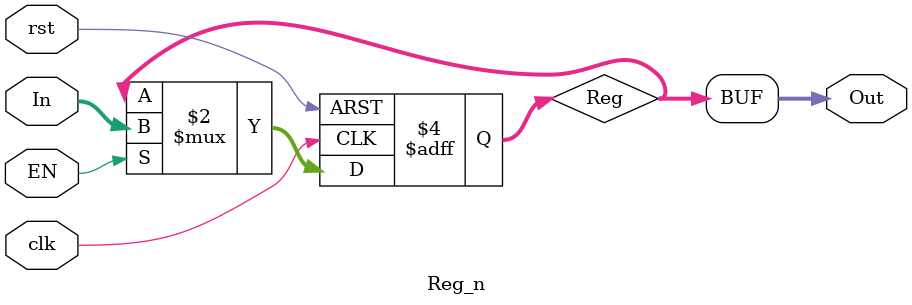
<source format=v>
`timescale 1ns / 1ps
module Reg_n# (parameter size=19)
	(
		input wire [size-1:0] In,
		input wire rst, clk, EN,
		output wire [size-1:0] Out
    );

reg [size-1:0] Reg;

//initial begin Reg={size{1'b0}}; end

//BODY
always @(posedge clk , posedge rst)
begin
	if (rst) begin     //si se activa el rst todas las entradas se inicializan
		Reg <= {size{1'b0}};
	end
	else if (EN) begin    //sino el enable de la maquina de estados activa la lectura de          //las diferentes entradas
		Reg <= In;
	end
end

assign Out=Reg;

endmodule

</source>
